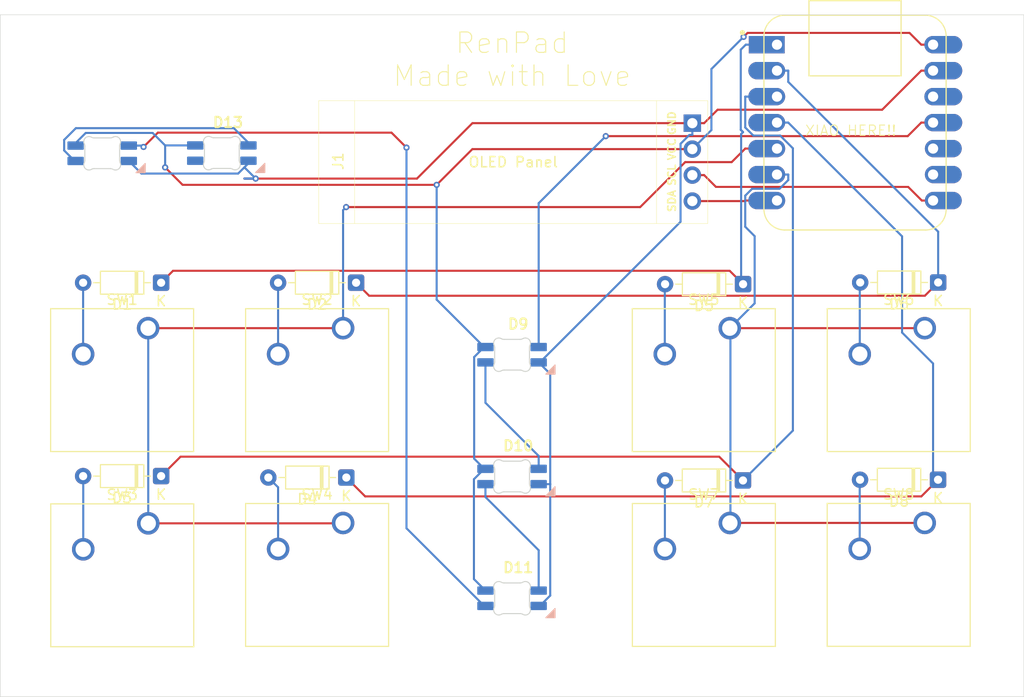
<source format=kicad_pcb>
(kicad_pcb (version 20241229) (generator "pcbnew") (generator_version "9.0")
  (layers (0 "F.Cu" signal) (2 "B.Cu" signal) (13 "F.Paste" user) (15 "B.Paste" user) (5 "F.SilkS" user "F.Silkscreen") (7 "B.SilkS" user "B.Silkscreen") (1 "F.Mask" user) (3 "B.Mask" user) (25 "Edge.Cuts" user))
  (net 0 "")
  (net 1 "Net-(D1-A)")
  (net 2 "/COL0")
  (net 3 "Net-(D2-A)")
  (net 4 "/COL1")
  (net 5 "/COL2")
  (net 6 "Net-(D3-A)")
  (net 7 "/COL3")
  (net 8 "Net-(D4-A)")
  (net 9 "Net-(D5-A)")
  (net 10 "Net-(D6-A)")
  (net 11 "Net-(D7-A)")
  (net 12 "Net-(D8-A)")
  (net 13 "Net-(D10-DIN)")
  (net 14 "GND")
  (net 15 "Net-(D9-DIN)")
  (net 16 "+5V")
  (net 17 "Net-(D10-DOUT)")
  (net 18 "Net-(D11-DOUT)")
  (net 19 "Net-(D12-DOUT)")
  (net 21 "/SDA")
  (net 22 "/SCL")
  (net 23 "/ROW0")
  (net 24 "/ROW1")
  (net 26 "+3V3")
  (footprint "Diode_THT:D_DO-35_SOD27_P7.62mm_Horizontal" (layer "F.Cu") (at 167.8184 97.916 180)
    (property "Reference" "D7" (at 3.81 -2.12 0) (layer "F.SilkS"))
    (property "Value" "1N4148")
    (fp_text user "K" (at 0 -1.8 0) (layer "F.SilkS"))
    (pad "1" thru_hole roundrect (at 0 0 180) (size 1.6 1.6) (drill 0.8) (layers "*.Cu" "*.Mask") (roundrect_rratio 0.15625) (net 5 "/COL2"))
    (pad "2" thru_hole circle (at 7.62 0 180) (size 1.6 1.6) (drill 0.8) (layers "*.Cu" "*.Mask") (net 11 "Net-(D7-A)"))
  )
  (footprint "Button_Switch_Keyboard:SW_Cherry_MX_1.00u_PCB" (layer "F.Cu") (at 109.6963 83.0262)
    (property "Reference" "SW1" (at -2.54 -2.794 0) (layer "F.SilkS"))
    (property "Value" "SW_Push")
    (pad "" np_thru_hole circle (at -7.62 5.08) (size 1.7 1.7) (drill 1.7) (layers "*.Cu" "*.Mask"))
    (pad "" np_thru_hole circle (at -2.54 5.08) (size 4 4) (drill 4) (layers "*.Cu" "*.Mask"))
    (pad "" np_thru_hole circle (at 2.54 5.08) (size 1.7 1.7) (drill 1.7) (layers "*.Cu" "*.Mask"))
    (pad "1" thru_hole circle (at 0 0) (size 2.2 2.2) (drill 1.5) (layers "*.Cu" "*.Mask") (net 23 "/ROW0"))
    (pad "2" thru_hole circle (at -6.35 2.54) (size 2.2 2.2) (drill 1.5) (layers "*.Cu" "*.Mask") (net 1 "Net-(D1-A)"))
  )
  (footprint "Button_Switch_Keyboard:SW_Cherry_MX_1.00u_PCB" (layer "F.Cu") (at 128.7463 102.0762)
    (property "Reference" "SW4" (at -2.54 -2.794 0) (layer "F.SilkS"))
    (property "Value" "SW_Push" (hide yes))
    (pad "" np_thru_hole circle (at -7.62 5.08) (size 1.7 1.7) (drill 1.7) (layers "*.Cu" "*.Mask"))
    (pad "" np_thru_hole circle (at -2.54 5.08) (size 4 4) (drill 4) (layers "*.Cu" "*.Mask"))
    (pad "" np_thru_hole circle (at 2.54 5.08) (size 1.7 1.7) (drill 1.7) (layers "*.Cu" "*.Mask"))
    (pad "1" thru_hole circle (at 0 0) (size 2.2 2.2) (drill 1.5) (layers "*.Cu" "*.Mask") (net 23 "/ROW0"))
    (pad "2" thru_hole circle (at -6.35 2.54) (size 2.2 2.2) (drill 1.5) (layers "*.Cu" "*.Mask") (net 8 "Net-(D4-A)"))
  )
  (footprint "Diode_THT:D_DO-35_SOD27_P7.62mm_Horizontal" (layer "F.Cu") (at 110.9663 97.49 180)
    (property "Reference" "D3" (at 3.81 -2.12 0) (layer "F.SilkS"))
    (property "Value" "1N4148")
    (fp_text user "K" (at 0 -1.8 0) (layer "F.SilkS"))
    (pad "1" thru_hole roundrect (at 0 0 180) (size 1.6 1.6) (drill 0.8) (layers "*.Cu" "*.Mask") (roundrect_rratio 0.15625) (net 5 "/COL2"))
    (pad "2" thru_hole circle (at 7.62 0 180) (size 1.6 1.6) (drill 0.8) (layers "*.Cu" "*.Mask") (net 6 "Net-(D3-A)"))
  )
  (footprint "Button_Switch_Keyboard:SW_Cherry_MX_1.00u_PCB" (layer "F.Cu") (at 166.5288 83.0262)
    (property "Reference" "SW5" (at -2.54 -2.794 0) (layer "F.SilkS"))
    (property "Value" "SW_Push")
    (pad "" np_thru_hole circle (at -7.62 5.08) (size 1.7 1.7) (drill 1.7) (layers "*.Cu" "*.Mask"))
    (pad "" np_thru_hole circle (at -2.54 5.08) (size 4 4) (drill 4) (layers "*.Cu" "*.Mask"))
    (pad "" np_thru_hole circle (at 2.54 5.08) (size 1.7 1.7) (drill 1.7) (layers "*.Cu" "*.Mask"))
    (pad "1" thru_hole circle (at 0 0) (size 2.2 2.2) (drill 1.5) (layers "*.Cu" "*.Mask") (net 24 "/ROW1"))
    (pad "2" thru_hole circle (at -6.35 2.54) (size 2.2 2.2) (drill 1.5) (layers "*.Cu" "*.Mask") (net 9 "Net-(D5-A)"))
  )
  (footprint "Diode_THT:D_DO-35_SOD27_P7.62mm_Horizontal" (layer "F.Cu") (at 130.0163 78.5812 180)
    (property "Reference" "D2" (at 3.81 -2.12 0) (layer "F.SilkS"))
    (property "Value" "1N4148")
    (fp_text user "K" (at 0 -1.8 0) (layer "F.SilkS"))
    (pad "1" thru_hole roundrect (at 0 0 180) (size 1.6 1.6) (drill 0.8) (layers "*.Cu" "*.Mask") (roundrect_rratio 0.15625) (net 4 "/COL1"))
    (pad "2" thru_hole circle (at 7.62 0 180) (size 1.6 1.6) (drill 0.8) (layers "*.Cu" "*.Mask") (net 3 "Net-(D2-A)"))
  )
  (footprint "Button_Switch_Keyboard:SW_Cherry_MX_1.00u_PCB" (layer "F.Cu") (at 185.5788 83.0262)
    (property "Reference" "SW6" (at -2.54 -2.794 0) (layer "F.SilkS"))
    (property "Value" "SW_Push" (hide yes))
    (pad "" np_thru_hole circle (at -7.62 5.08) (size 1.7 1.7) (drill 1.7) (layers "*.Cu" "*.Mask"))
    (pad "" np_thru_hole circle (at -2.54 5.08) (size 4 4) (drill 4) (layers "*.Cu" "*.Mask"))
    (pad "" np_thru_hole circle (at 2.54 5.08) (size 1.7 1.7) (drill 1.7) (layers "*.Cu" "*.Mask"))
    (pad "1" thru_hole circle (at 0 0) (size 2.2 2.2) (drill 1.5) (layers "*.Cu" "*.Mask") (net 24 "/ROW1"))
    (pad "2" thru_hole circle (at -6.35 2.54) (size 2.2 2.2) (drill 1.5) (layers "*.Cu" "*.Mask") (net 10 "Net-(D6-A)"))
  )
  (footprint "KiCad-SSD1306-0.91-OLED-4pin-128x32.pretty-master:SSD1306-0.91-OLED-4pin-128x32" (layer "F.Cu") (at 126.3713 60.79)
    (property "Reference" "J1" (at 1.9 5.91 90) (layer "F.SilkS"))
    (property "Value" "Conn_01x04_Pin")
    (fp_text user "OLED Panel" (at 19 6 0) (layer "F.SilkS"))
    (fp_text user "GND" (at 34.5 2.19 90) (layer "F.SilkS") (effects (font (size 0.75 0.75))))
    (fp_text user "VCC" (at 34.5 4.73 90) (layer "F.SilkS") (effects (font (size 0.75 0.75))))
    (fp_text user "SCL" (at 34.5 7.27 90) (layer "F.SilkS") (effects (font (size 0.75 0.75))))
    (fp_text user "SDA" (at 34.5 9.81 90) (layer "F.SilkS") (effects (font (size 0.75 0.75))))
    (pad "1" thru_hole rect (at 36.5 2.19) (size 1.7 1.7) (drill 1) (layers "*.Cu" "*.Mask") (net 14 "GND"))
    (pad "2" thru_hole oval (at 36.5 4.73) (size 1.7 1.7) (drill 1) (layers "*.Cu" "*.Mask") (net 16 "+5V"))
    (pad "3" thru_hole oval (at 36.5 7.27) (size 1.7 1.7) (drill 1) (layers "*.Cu" "*.Mask") (net 22 "/SCL"))
    (pad "4" thru_hole oval (at 36.5 9.81) (size 1.7 1.7) (drill 1) (layers "*.Cu" "*.Mask") (net 21 "/SDA"))
  )
  (footprint "Diode_THT:D_DO-35_SOD27_P7.62mm_Horizontal" (layer "F.Cu") (at 186.8766 97.8448 180)
    (property "Reference" "D8" (at 3.81 -2.12 0) (layer "F.SilkS"))
    (property "Value" "1N4148")
    (fp_text user "K" (at 0 -1.8 0) (layer "F.SilkS"))
    (pad "1" thru_hole roundrect (at 0 0 180) (size 1.6 1.6) (drill 0.8) (layers "*.Cu" "*.Mask") (roundrect_rratio 0.15625) (net 7 "/COL3"))
    (pad "2" thru_hole circle (at 7.62 0 180) (size 1.6 1.6) (drill 0.8) (layers "*.Cu" "*.Mask") (net 12 "Net-(D8-A)"))
  )
  (footprint "Button_Switch_Keyboard:SW_Cherry_MX_1.00u_PCB" (layer "F.Cu") (at 128.7463 83.0262)
    (property "Reference" "SW2" (at -2.54 -2.794 0) (layer "F.SilkS"))
    (property "Value" "SW_Push" (hide yes))
    (pad "" np_thru_hole circle (at -7.62 5.08) (size 1.7 1.7) (drill 1.7) (layers "*.Cu" "*.Mask"))
    (pad "" np_thru_hole circle (at -2.54 5.08) (size 4 4) (drill 4) (layers "*.Cu" "*.Mask"))
    (pad "" np_thru_hole circle (at 2.54 5.08) (size 1.7 1.7) (drill 1.7) (layers "*.Cu" "*.Mask"))
    (pad "1" thru_hole circle (at 0 0) (size 2.2 2.2) (drill 1.5) (layers "*.Cu" "*.Mask") (net 23 "/ROW0"))
    (pad "2" thru_hole circle (at -6.35 2.54) (size 2.2 2.2) (drill 1.5) (layers "*.Cu" "*.Mask") (net 3 "Net-(D2-A)"))
  )
  (footprint "Diode_THT:D_DO-35_SOD27_P7.62mm_Horizontal" (layer "F.Cu") (at 110.9663 78.5812 180)
    (property "Reference" "D1" (at 3.81 -2.12 0) (layer "F.SilkS"))
    (property "Value" "1N4148")
    (fp_text user "K" (at 0 -1.8 0) (layer "F.SilkS"))
    (pad "1" thru_hole roundrect (at 0 0 180) (size 1.6 1.6) (drill 0.8) (layers "*.Cu" "*.Mask") (roundrect_rratio 0.15625) (net 2 "/COL0"))
    (pad "2" thru_hole circle (at 7.62 0 180) (size 1.6 1.6) (drill 0.8) (layers "*.Cu" "*.Mask") (net 1 "Net-(D1-A)"))
  )
  (footprint "Button_Switch_Keyboard:SW_Cherry_MX_1.00u_PCB" (layer "F.Cu") (at 109.7097 102.1084)
    (property "Reference" "SW3" (at -2.54 -2.794 0) (layer "F.SilkS"))
    (property "Value" "SW_Push")
    (pad "" np_thru_hole circle (at -7.62 5.08) (size 1.7 1.7) (drill 1.7) (layers "*.Cu" "*.Mask"))
    (pad "" np_thru_hole circle (at -2.54 5.08) (size 4 4) (drill 4) (layers "*.Cu" "*.Mask"))
    (pad "" np_thru_hole circle (at 2.54 5.08) (size 1.7 1.7) (drill 1.7) (layers "*.Cu" "*.Mask"))
    (pad "1" thru_hole circle (at 0 0) (size 2.2 2.2) (drill 1.5) (layers "*.Cu" "*.Mask") (net 23 "/ROW0"))
    (pad "2" thru_hole circle (at -6.35 2.54) (size 2.2 2.2) (drill 1.5) (layers "*.Cu" "*.Mask") (net 6 "Net-(D3-A)"))
  )
  (footprint "footprints:SK6812MINI-E_fixed" (layer "F.Cu") (at 105.2125 66.0278)
    (property "Reference" "D12" (hide yes))
    (property "Value" "SK6812MINI-E")
    (fp_line (start -1.699998 0.6) (end -1.699998 -0.805684) (stroke (width 0.1)) (layer "Edge.Cuts"))
    (fp_line (start -0.794451 -1.602841) (end 0.794454 -1.602841) (stroke (width 0.1)) (layer "Edge.Cuts"))
    (fp_line (start 0.794453 1.397158) (end -0.794451 1.397158) (stroke (width 0.1)) (layer "Edge.Cuts"))
    (fp_line (start 1.7 -0.805684) (end 1.7 0.6) (stroke (width 0.1)) (layer "Edge.Cuts"))
    (fp_arc (start -1.749483 -1.022562) (mid -1.712526 -0.91691) (end -1.699998 -0.805684) (stroke (width 0.1)) (layer "Edge.Cuts"))
    (fp_arc (start -1.749483 -1.022562) (mid -1.63807 -1.606877) (end -1.04671 -1.671141) (stroke (width 0.1)) (layer "Edge.Cuts"))
    (fp_arc (start -1.699998 0.600001) (mid -1.712526 0.711226) (end -1.749483 0.816878) (stroke (width 0.1)) (layer "Edge.Cuts"))
    (fp_arc (start -1.04671 1.465455) (mid -1.638069 1.401192) (end -1.749483 0.816878) (stroke (width 0.1)) (layer "Edge.Cuts"))
    (fp_arc (start -1.046709 1.465457) (mid -0.925121 1.414535) (end -0.794451 1.397158) (stroke (width 0.1)) (layer "Edge.Cuts"))
    (fp_arc (start -0.794452 -1.602842) (mid -0.925122 -1.620219) (end -1.04671 -1.671141) (stroke (width 0.1)) (layer "Edge.Cuts"))
    (fp_arc (start 0.794453 1.397158) (mid 0.925124 1.414535) (end 1.046712 1.465457) (stroke (width 0.1)) (layer "Edge.Cuts"))
    (fp_arc (start 1.046712 -1.67114) (mid 0.925124 -1.620218) (end 0.794454 -1.602841) (stroke (width 0.1)) (layer "Edge.Cuts"))
    (fp_arc (start 1.046712 -1.67114) (mid 1.638072 -1.606876) (end 1.749485 -1.022562) (stroke (width 0.1)) (layer "Edge.Cuts"))
    (fp_arc (start 1.7 -0.805685) (mid 1.712528 -0.91691) (end 1.749485 -1.022562) (stroke (width 0.1)) (layer "Edge.Cuts"))
    (fp_arc (start 1.749485 0.816877) (mid 1.638073 1.401193) (end 1.046712 1.465457) (stroke (width 0.1)) (layer "Edge.Cuts"))
    (fp_arc (start 1.749485 0.816878) (mid 1.712528 0.711226) (end 1.7 0.6) (stroke (width 0.1)) (layer "Edge.Cuts"))
    (pad "1" smd roundrect (at -2.599999 -0.852842 270) (size 0.82 1.6) (layers "B.Cu" "B.Mask" "B.Paste") (roundrect_rratio 0.1) (net 16 "+5V"))
    (pad "2" smd roundrect (at -2.599999 0.647158 270) (size 0.82 1.6) (layers "B.Cu" "B.Mask" "B.Paste") (roundrect_rratio 0.1) (net 19 "Net-(D12-DOUT)"))
    (pad "3" smd roundrect (at 2.600001 0.647158 270) (size 0.82 1.6) (layers "B.Cu" "B.Mask" "B.Paste") (roundrect_rratio 0.1) (net 14 "GND"))
    (pad "4" smd roundrect (at 2.600001 -0.852842 270) (size 0.82 1.6) (layers "B.Cu" "B.Mask" "B.Paste") (roundrect_rratio 0.1) (net 18 "Net-(D11-DOUT)"))
  )
  (footprint "Button_Switch_Keyboard:SW_Cherry_MX_1.00u_PCB" (layer "F.Cu") (at 185.5733 102.0692)
    (property "Reference" "SW8" (at -2.54 -2.794 0) (layer "F.SilkS"))
    (property "Value" "SW_Push" (hide yes))
    (pad "" np_thru_hole circle (at -7.62 5.08) (size 1.7 1.7) (drill 1.7) (layers "*.Cu" "*.Mask"))
    (pad "" np_thru_hole circle (at -2.54 5.08) (size 4 4) (drill 4) (layers "*.Cu" "*.Mask"))
    (pad "" np_thru_hole circle (at 2.54 5.08) (size 1.7 1.7) (drill 1.7) (layers "*.Cu" "*.Mask"))
    (pad "1" thru_hole circle (at 0 0) (size 2.2 2.2) (drill 1.5) (layers "*.Cu" "*.Mask") (net 24 "/ROW1"))
    (pad "2" thru_hole circle (at -6.35 2.54) (size 2.2 2.2) (drill 1.5) (layers "*.Cu" "*.Mask") (net 12 "Net-(D8-A)"))
  )
  (footprint "footprints:SK6812MINI-E_fixed" (layer "F.Cu") (at 145.2563 85.725)
    (property "Reference" "D9" (at 0.6 -3.1 0) (layer "F.SilkS") (effects (font (thickness 0.2) (bold yes))))
    (property "Value" "SK6812MINI-E")
    (fp_line (start -1.699998 0.6) (end -1.699998 -0.805684) (stroke (width 0.1)) (layer "Edge.Cuts"))
    (fp_line (start -0.794451 -1.602841) (end 0.794454 -1.602841) (stroke (width 0.1)) (layer "Edge.Cuts"))
    (fp_line (start 0.794453 1.397158) (end -0.794451 1.397158) (stroke (width 0.1)) (layer "Edge.Cuts"))
    (fp_line (start 1.7 -0.805684) (end 1.7 0.6) (stroke (width 0.1)) (layer "Edge.Cuts"))
    (fp_arc (start -1.749483 -1.022562) (mid -1.712526 -0.91691) (end -1.699998 -0.805684) (stroke (width 0.1)) (layer "Edge.Cuts"))
    (fp_arc (start -1.749483 -1.022562) (mid -1.63807 -1.606877) (end -1.04671 -1.671141) (stroke (width 0.1)) (layer "Edge.Cuts"))
    (fp_arc (start -1.699998 0.600001) (mid -1.712526 0.711226) (end -1.749483 0.816878) (stroke (width 0.1)) (layer "Edge.Cuts"))
    (fp_arc (start -1.04671 1.465455) (mid -1.638069 1.401192) (end -1.749483 0.816878) (stroke (width 0.1)) (layer "Edge.Cuts"))
    (fp_arc (start -1.046709 1.465457) (mid -0.925121 1.414535) (end -0.794451 1.397158) (stroke (width 0.1)) (layer "Edge.Cuts"))
    (fp_arc (start -0.794452 -1.602842) (mid -0.925122 -1.620219) (end -1.04671 -1.671141) (stroke (width 0.1)) (layer "Edge.Cuts"))
    (fp_arc (start 0.794453 1.397158) (mid 0.925124 1.414535) (end 1.046712 1.465457) (stroke (width 0.1)) (layer "Edge.Cuts"))
    (fp_arc (start 1.046712 -1.67114) (mid 0.925124 -1.620218) (end 0.794454 -1.602841) (stroke (width 0.1)) (layer "Edge.Cuts"))
    (fp_arc (start 1.046712 -1.67114) (mid 1.638072 -1.606876) (end 1.749485 -1.022562) (stroke (width 0.1)) (layer "Edge.Cuts"))
    (fp_arc (start 1.7 -0.805685) (mid 1.712528 -0.91691) (end 1.749485 -1.022562) (stroke (width 0.1)) (layer "Edge.Cuts"))
    (fp_arc (start 1.749485 0.816877) (mid 1.638073 1.401193) (end 1.046712 1.465457) (stroke (width 0.1)) (layer "Edge.Cuts"))
    (fp_arc (start 1.749485 0.816878) (mid 1.712528 0.711226) (end 1.7 0.6) (stroke (width 0.1)) (layer "Edge.Cuts"))
    (pad "1" smd roundrect (at -2.599999 -0.852842 270) (size 0.82 1.6) (layers "B.Cu" "B.Mask" "B.Paste") (roundrect_rratio 0.1) (net 16 "+5V"))
    (pad "2" smd roundrect (at -2.599999 0.647158 270) (size 0.82 1.6) (layers "B.Cu" "B.Mask" "B.Paste") (roundrect_rratio 0.1) (net 13 "Net-(D10-DIN)"))
    (pad "3" smd roundrect (at 2.600001 0.647158 270) (size 0.82 1.6) (layers "B.Cu" "B.Mask" "B.Paste") (roundrect_rratio 0.1) (net 14 "GND"))
    (pad "4" smd roundrect (at 2.600001 -0.852842 270) (size 0.82 1.6) (layers "B.Cu" "B.Mask" "B.Paste") (roundrect_rratio 0.1) (net 15 "Net-(D9-DIN)"))
  )
  (footprint "Diode_THT:D_DO-35_SOD27_P7.62mm_Horizontal" (layer "F.Cu") (at 167.8266 78.7236 180)
    (property "Reference" "D5" (at 3.81 -2.12 0) (layer "F.SilkS"))
    (property "Value" "1N4148")
    (fp_text user "K" (at 0 -1.8 0) (layer "F.SilkS"))
    (pad "1" thru_hole roundrect (at 0 0 180) (size 1.6 1.6) (drill 0.8) (layers "*.Cu" "*.Mask") (roundrect_rratio 0.15625) (net 2 "/COL0"))
    (pad "2" thru_hole circle (at 7.62 0 180) (size 1.6 1.6) (drill 0.8) (layers "*.Cu" "*.Mask") (net 9 "Net-(D5-A)"))
  )
  (footprint "Button_Switch_Keyboard:SW_Cherry_MX_1.00u_PCB" (layer "F.Cu") (at 166.5378 102.0771)
    (property "Reference" "SW7" (at -2.54 -2.794 0) (layer "F.SilkS"))
    (property "Value" "SW_Push")
    (pad "" np_thru_hole circle (at -7.62 5.08) (size 1.7 1.7) (drill 1.7) (layers "*.Cu" "*.Mask"))
    (pad "" np_thru_hole circle (at -2.54 5.08) (size 4 4) (drill 4) (layers "*.Cu" "*.Mask"))
    (pad "" np_thru_hole circle (at 2.54 5.08) (size 1.7 1.7) (drill 1.7) (layers "*.Cu" "*.Mask"))
    (pad "1" thru_hole circle (at 0 0) (size 2.2 2.2) (drill 1.5) (layers "*.Cu" "*.Mask") (net 24 "/ROW1"))
    (pad "2" thru_hole circle (at -6.35 2.54) (size 2.2 2.2) (drill 1.5) (layers "*.Cu" "*.Mask") (net 11 "Net-(D7-A)"))
  )
  (footprint "footprints:SK6812MINI-E_fixed" (layer "F.Cu") (at 145.2563 97.6312)
    (property "Reference" "D10" (at 0.6 -3.1 0) (layer "F.SilkS") (effects (font (thickness 0.2) (bold yes))))
    (property "Value" "SK6812MINI-E")
    (fp_line (start -1.699998 0.6) (end -1.699998 -0.805684) (stroke (width 0.1)) (layer "Edge.Cuts"))
    (fp_line (start -0.794451 -1.602841) (end 0.794454 -1.602841) (stroke (width 0.1)) (layer "Edge.Cuts"))
    (fp_line (start 0.794453 1.397158) (end -0.794451 1.397158) (stroke (width 0.1)) (layer "Edge.Cuts"))
    (fp_line (start 1.7 -0.805684) (end 1.7 0.6) (stroke (width 0.1)) (layer "Edge.Cuts"))
    (fp_arc (start -1.749483 -1.022562) (mid -1.712526 -0.91691) (end -1.699998 -0.805684) (stroke (width 0.1)) (layer "Edge.Cuts"))
    (fp_arc (start -1.749483 -1.022562) (mid -1.63807 -1.606877) (end -1.04671 -1.671141) (stroke (width 0.1)) (layer "Edge.Cuts"))
    (fp_arc (start -1.699998 0.600001) (mid -1.712526 0.711226) (end -1.749483 0.816878) (stroke (width 0.1)) (layer "Edge.Cuts"))
    (fp_arc (start -1.04671 1.465455) (mid -1.638069 1.401192) (end -1.749483 0.816878) (stroke (width 0.1)) (layer "Edge.Cuts"))
    (fp_arc (start -1.046709 1.465457) (mid -0.925121 1.414535) (end -0.794451 1.397158) (stroke (width 0.1)) (layer "Edge.Cuts"))
    (fp_arc (start -0.794452 -1.602842) (mid -0.925122 -1.620219) (end -1.04671 -1.671141) (stroke (width 0.1)) (layer "Edge.Cuts"))
    (fp_arc (start 0.794453 1.397158) (mid 0.925124 1.414535) (end 1.046712 1.465457) (stroke (width 0.1)) (layer "Edge.Cuts"))
    (fp_arc (start 1.046712 -1.67114) (mid 0.925124 -1.620218) (end 0.794454 -1.602841) (stroke (width 0.1)) (layer "Edge.Cuts"))
    (fp_arc (start 1.046712 -1.67114) (mid 1.638072 -1.606876) (end 1.749485 -1.022562) (stroke (width 0.1)) (layer "Edge.Cuts"))
    (fp_arc (start 1.7 -0.805685) (mid 1.712528 -0.91691) (end 1.749485 -1.022562) (stroke (width 0.1)) (layer "Edge.Cuts"))
    (fp_arc (start 1.749485 0.816877) (mid 1.638073 1.401193) (end 1.046712 1.465457) (stroke (width 0.1)) (layer "Edge.Cuts"))
    (fp_arc (start 1.749485 0.816878) (mid 1.712528 0.711226) (end 1.7 0.6) (stroke (width 0.1)) (layer "Edge.Cuts"))
    (pad "1" smd roundrect (at -2.599999 -0.852842 270) (size 0.82 1.6) (layers "B.Cu" "B.Mask" "B.Paste") (roundrect_rratio 0.1) (net 16 "+5V"))
    (pad "2" smd roundrect (at -2.599999 0.647158 270) (size 0.82 1.6) (layers "B.Cu" "B.Mask" "B.Paste") (roundrect_rratio 0.1) (net 17 "Net-(D10-DOUT)"))
    (pad "3" smd roundrect (at 2.600001 0.647158 270) (size 0.82 1.6) (layers "B.Cu" "B.Mask" "B.Paste") (roundrect_rratio 0.1) (net 14 "GND"))
    (pad "4" smd roundrect (at 2.600001 -0.852842 270) (size 0.82 1.6) (layers "B.Cu" "B.Mask" "B.Paste") (roundrect_rratio 0.1) (net 13 "Net-(D10-DIN)"))
  )
  (footprint "footprints:SK6812MINI-E_fixed" (layer "F.Cu") (at 116.9 66.0105)
    (property "Reference" "D13" (at 0.6 -3.1 0) (layer "F.SilkS") (effects (font (thickness 0.2) (bold yes))))
    (property "Value" "SK6812MINI-E")
    (fp_line (start -1.699998 0.6) (end -1.699998 -0.805684) (stroke (width 0.1)) (layer "Edge.Cuts"))
    (fp_line (start -0.794451 -1.602841) (end 0.794454 -1.602841) (stroke (width 0.1)) (layer "Edge.Cuts"))
    (fp_line (start 0.794453 1.397158) (end -0.794451 1.397158) (stroke (width 0.1)) (layer "Edge.Cuts"))
    (fp_line (start 1.7 -0.805684) (end 1.7 0.6) (stroke (width 0.1)) (layer "Edge.Cuts"))
    (fp_arc (start -1.749483 -1.022562) (mid -1.712526 -0.91691) (end -1.699998 -0.805684) (stroke (width 0.1)) (layer "Edge.Cuts"))
    (fp_arc (start -1.749483 -1.022562) (mid -1.63807 -1.606877) (end -1.04671 -1.671141) (stroke (width 0.1)) (layer "Edge.Cuts"))
    (fp_arc (start -1.699998 0.600001) (mid -1.712526 0.711226) (end -1.749483 0.816878) (stroke (width 0.1)) (layer "Edge.Cuts"))
    (fp_arc (start -1.04671 1.465455) (mid -1.638069 1.401192) (end -1.749483 0.816878) (stroke (width 0.1)) (layer "Edge.Cuts"))
    (fp_arc (start -1.046709 1.465457) (mid -0.925121 1.414535) (end -0.794451 1.397158) (stroke (width 0.1)) (layer "Edge.Cuts"))
    (fp_arc (start -0.794452 -1.602842) (mid -0.925122 -1.620219) (end -1.04671 -1.671141) (stroke (width 0.1)) (layer "Edge.Cuts"))
    (fp_arc (start 0.794453 1.397158) (mid 0.925124 1.414535) (end 1.046712 1.465457) (stroke (width 0.1)) (layer "Edge.Cuts"))
    (fp_arc (start 1.046712 -1.67114) (mid 0.925124 -1.620218) (end 0.794454 -1.602841) (stroke (width 0.1)) (layer "Edge.Cuts"))
    (fp_arc (start 1.046712 -1.67114) (mid 1.638072 -1.606876) (end 1.749485 -1.022562) (stroke (width 0.1)) (layer "Edge.Cuts"))
    (fp_arc (start 1.7 -0.805685) (mid 1.712528 -0.91691) (end 1.749485 -1.022562) (stroke (width 0.1)) (layer "Edge.Cuts"))
    (fp_arc (start 1.749485 0.816877) (mid 1.638073 1.401193) (end 1.046712 1.465457) (stroke (width 0.1)) (layer "Edge.Cuts"))
    (fp_arc (start 1.749485 0.816878) (mid 1.712528 0.711226) (end 1.7 0.6) (stroke (width 0.1)) (layer "Edge.Cuts"))
    (pad "1" smd roundrect (at -2.599999 -0.852842 270) (size 0.82 1.6) (layers "B.Cu" "B.Mask" "B.Paste") (roundrect_rratio 0.1) (net 16 "+5V"))
    (pad "2" smd roundrect (at -2.599999 0.647158 270) (size 0.82 1.6) (layers "B.Cu" "B.Mask" "B.Paste") (roundrect_rratio 0.1))
    (pad "3" smd roundrect (at 2.600001 0.647158 270) (size 0.82 1.6) (layers "B.Cu" "B.Mask" "B.Paste") (roundrect_rratio 0.1) (net 14 "GND"))
    (pad "4" smd roundrect (at 2.600001 -0.852842 270) (size 0.82 1.6) (layers "B.Cu" "B.Mask" "B.Paste") (roundrect_rratio 0.1) (net 19 "Net-(D12-DOUT)"))
  )
  (footprint "footprints:SK6812MINI-E_fixed" (layer "F.Cu") (at 145.2563 109.5375)
    (property "Reference" "D11" (at 0.6 -3.1 0) (layer "F.SilkS") (effects (font (thickness 0.2) (bold yes))))
    (property "Value" "SK6812MINI-E")
    (fp_line (start -1.699998 0.6) (end -1.699998 -0.805684) (stroke (width 0.1)) (layer "Edge.Cuts"))
    (fp_line (start -0.794451 -1.602841) (end 0.794454 -1.602841) (stroke (width 0.1)) (layer "Edge.Cuts"))
    (fp_line (start 0.794453 1.397158) (end -0.794451 1.397158) (stroke (width 0.1)) (layer "Edge.Cuts"))
    (fp_line (start 1.7 -0.805684) (end 1.7 0.6) (stroke (width 0.1)) (layer "Edge.Cuts"))
    (fp_arc (start -1.749483 -1.022562) (mid -1.712526 -0.91691) (end -1.699998 -0.805684) (stroke (width 0.1)) (layer "Edge.Cuts"))
    (fp_arc (start -1.749483 -1.022562) (mid -1.63807 -1.606877) (end -1.04671 -1.671141) (stroke (width 0.1)) (layer "Edge.Cuts"))
    (fp_arc (start -1.699998 0.600001) (mid -1.712526 0.711226) (end -1.749483 0.816878) (stroke (width 0.1)) (layer "Edge.Cuts"))
    (fp_arc (start -1.04671 1.465455) (mid -1.638069 1.401192) (end -1.749483 0.816878) (stroke (width 0.1)) (layer "Edge.Cuts"))
    (fp_arc (start -1.046709 1.465457) (mid -0.925121 1.414535) (end -0.794451 1.397158) (stroke (width 0.1)) (layer "Edge.Cuts"))
    (fp_arc (start -0.794452 -1.602842) (mid -0.925122 -1.620219) (end -1.04671 -1.671141) (stroke (width 0.1)) (layer "Edge.Cuts"))
    (fp_arc (start 0.794453 1.397158) (mid 0.925124 1.414535) (end 1.046712 1.465457) (stroke (width 0.1)) (layer "Edge.Cuts"))
    (fp_arc (start 1.046712 -1.67114) (mid 0.925124 -1.620218) (end 0.794454 -1.602841) (stroke (width 0.1)) (layer "Edge.Cuts"))
    (fp_arc (start 1.046712 -1.67114) (mid 1.638072 -1.606876) (end 1.749485 -1.022562) (stroke (width 0.1)) (layer "Edge.Cuts"))
    (fp_arc (start 1.7 -0.805685) (mid 1.712528 -0.91691) (end 1.749485 -1.022562) (stroke (width 0.1)) (layer "Edge.Cuts"))
    (fp_arc (start 1.749485 0.816877) (mid 1.638073 1.401193) (end 1.046712 1.465457) (stroke (width 0.1)) (layer "Edge.Cuts"))
    (fp_arc (start 1.749485 0.816878) (mid 1.712528 0.711226) (end 1.7 0.6) (stroke (width 0.1)) (layer "Edge.Cuts"))
    (pad "1" smd roundrect (at -2.599999 -0.852842 270) (size 0.82 1.6) (layers "B.Cu" "B.Mask" "B.Paste") (roundrect_rratio 0.1) (net 16 "+5V"))
    (pad "2" smd roundrect (at -2.599999 0.647158 270) (size 0.82 1.6) (layers "B.Cu" "B.Mask" "B.Paste") (roundrect_rratio 0.1) (net 18 "Net-(D11-DOUT)"))
    (pad "3" smd roundrect (at 2.600001 0.647158 270) (size 0.82 1.6) (layers "B.Cu" "B.Mask" "B.Paste") (roundrect_rratio 0.1) (net 14 "GND"))
    (pad "4" smd roundrect (at 2.600001 -0.852842 270) (size 0.82 1.6) (layers "B.Cu" "B.Mask" "B.Paste") (roundrect_rratio 0.1) (net 17 "Net-(D10-DOUT)"))
  )
  (footprint "Diode_THT:D_DO-35_SOD27_P7.62mm_Horizontal" (layer "F.Cu") (at 129.0638 97.6312 180)
    (property "Reference" "D4" (at 3.81 -2.12 0) (layer "F.SilkS"))
    (property "Value" "1N4148")
    (fp_text user "K" (at 0 -1.8 0) (layer "F.SilkS"))
    (pad "1" thru_hole roundrect (at 0 0 180) (size 1.6 1.6) (drill 0.8) (layers "*.Cu" "*.Mask") (roundrect_rratio 0.15625) (net 7 "/COL3"))
    (pad "2" thru_hole circle (at 7.62 0 180) (size 1.6 1.6) (drill 0.8) (layers "*.Cu" "*.Mask") (net 8 "Net-(D4-A)"))
  )
  (footprint "Diode_THT:D_DO-35_SOD27_P7.62mm_Horizontal" (layer "F.Cu") (at 186.8888 78.5575 180)
    (property "Reference" "D6" (at 3.81 -2.12 0) (layer "F.SilkS"))
    (property "Value" "1N4148")
    (fp_text user "K" (at 0 -1.8 0) (layer "F.SilkS"))
    (pad "1" thru_hole roundrect (at 0 0 180) (size 1.6 1.6) (drill 0.8) (layers "*.Cu" "*.Mask") (roundrect_rratio 0.15625) (net 4 "/COL1"))
    (pad "2" thru_hole circle (at 7.62 0 180) (size 1.6 1.6) (drill 0.8) (layers "*.Cu" "*.Mask") (net 10 "Net-(D6-A)"))
  )
  (footprint "footprints:XIAO-Generic-Hybrid-14P-2.54-21X17.8MM" (layer "F.Cu") (at 178.7664 62.9266)
    (property "Reference" "U1" (hide yes))
    (property "Value" "XIAO-RP2040-DIP" (hide yes))
    (pad "1" thru_hole rect (at -7.625 -7.62) (size 3.5 1.7) (drill 1 (offset -1 0)) (layers "*.Cu" "*.Mask") (net 2 "/COL0"))
    (pad "2" thru_hole oval (at -7.625 -5.08) (size 3.6 1.7) (drill 1 (offset -1 0)) (layers "*.Cu" "*.Mask") (net 4 "/COL1"))
    (pad "3" thru_hole oval (at -7.625 -2.54) (size 3.6 1.7) (drill 1 (offset -1 0)) (layers "*.Cu" "*.Mask") (net 5 "/COL2"))
    (pad "4" thru_hole oval (at -7.625 0) (size 3.6 1.7) (drill 1 (offset -1 0)) (layers "*.Cu" "*.Mask") (net 7 "/COL3"))
    (pad "5" thru_hole oval (at -7.625 2.54) (size 3.6 1.7) (drill 1 (offset -1 0)) (layers "*.Cu" "*.Mask") (net 23 "/ROW0"))
    (pad "6" thru_hole oval (at -7.625 5.08 180) (size 3.6 1.7) (drill 1 (offset 1 0)) (layers "*.Cu" "*.Mask") (net 24 "/ROW1"))
    (pad "7" thru_hole oval (at -7.625 7.62) (size 3.6 1.7) (drill 1 (offset -1 0)) (layers "*.Cu" "*.Mask") (net 21 "/SDA"))
    (pad "8" thru_hole oval (at 7.625 7.62) (size 3.6 1.7) (drill 1 (offset 1 0)) (layers "*.Cu" "*.Mask") (net 22 "/SCL"))
    (pad "9" thru_hole oval (at 7.625 5.08) (size 3.6 1.7) (drill 1 (offset 1 0)) (layers "*.Cu" "*.Mask"))
    (pad "10" thru_hole oval (at 7.625 2.54) (size 3.6 1.7) (drill 1 (offset 1 0)) (layers "*.Cu" "*.Mask"))
    (pad "11" thru_hole oval (at 7.625 0) (size 3.7 1.7) (drill 1 (offset 1 0)) (layers "*.Cu" "*.Mask") (net 15 "Net-(D9-DIN)"))
    (pad "12" thru_hole oval (at 7.625 -2.54) (size 3.7 1.7) (drill 1 (offset 1 0)) (layers "*.Cu" "*.Mask") (net 26 "+3V3"))
    (pad "13" thru_hole oval (at 7.625 -5.08) (size 3.7 1.7) (drill 1 (offset 1 0)) (layers "*.Cu" "*.Mask") (net 14 "GND"))
    (pad "14" thru_hole oval (at 7.625 -7.62) (size 3.7 1.7) (drill 1 (offset 1 0)) (layers "*.Cu" "*.Mask") (net 16 "+5V"))
  )
  (gr_rect (start 95.25 52.3875) (end 195.2625 119.0625) (stroke (width 0.05)) (fill no) (layer "Edge.Cuts"))
  (gr_text "XIAO HERE!!\n" (at 173.83125 64.29375 0) (layer "F.SilkS") (effects (font (size 1 1) (thickness 0.1)) (justify left bottom)))
  (gr_text "RenPad\nMade with Love\n" (at 145.25625 59.53125 0) (layer "F.SilkS") (effects (font (size 2 2) (thickness 0.1)) (justify bottom)))
  (segment (start 103.3463 85.5662) (end 103.3463 78.5812) (width 0.2) (layer "B.Cu") (net 1))
  (segment (start 112.1347 77.4128) (end 110.9663 78.5812) (width 0.2) (layer "F.Cu") (net 2))
  (segment (start 166.5158 77.4128) (end 112.1347 77.4128) (width 0.2) (layer "F.Cu") (net 2))
  (segment (start 167.8266 78.7236) (end 166.5158 77.4128) (width 0.2) (layer "F.Cu") (net 2))
  (segment (start 167.6014 55.7949) (end 167.6014 63.6337) (width 0.2) (layer "B.Cu") (net 2))
  (segment (start 167.6014 63.6337) (end 167.6603 63.6926) (width 0.2) (layer "B.Cu") (net 2))
  (segment (start 167.8251 63.8574) (end 167.638 64.0445) (width 0.2) (layer "B.Cu") (net 2))
  (segment (start 167.6603 63.6926) (end 167.8251 63.8574) (width 0.2) (layer "B.Cu") (net 2))
  (segment (start 167.6603 63.6926) (end 167.8251 63.8574) (width 0.2) (layer "B.Cu") (net 2))
  (segment (start 171.1414 55.3066) (end 168.0897 55.3066) (width 0.2) (layer "B.Cu") (net 2))
  (segment (start 167.638 78.535) (end 167.8266 78.7236) (width 0.2) (layer "B.Cu") (net 2))
  (segment (start 168.0897 55.3066) (end 167.6014 55.7949) (width 0.2) (layer "B.Cu") (net 2))
  (segment (start 167.638 64.0445) (end 167.638 78.535) (width 0.2) (layer "B.Cu") (net 2))
  (segment (start 122.3963 85.5662) (end 122.3963 78.5812) (width 0.2) (layer "B.Cu") (net 3))
  (segment (start 185.5923 79.854) (end 131.2891 79.854) (width 0.2) (layer "F.Cu") (net 4))
  (segment (start 131.2891 79.854) (end 130.0163 78.5812) (width 0.2) (layer "F.Cu") (net 4))
  (segment (start 186.8888 78.5575) (end 185.5923 79.854) (width 0.2) (layer "F.Cu") (net 4))
  (segment (start 172.2431 57.8466) (end 172.2431 58.9483) (width 0.2) (layer "B.Cu") (net 4))
  (segment (start 171.1414 57.8466) (end 172.2431 57.8466) (width 0.2) (layer "B.Cu") (net 4))
  (segment (start 186.8888 73.594) (end 186.8888 78.5575) (width 0.2) (layer "B.Cu") (net 4))
  (segment (start 172.2431 58.9483) (end 186.8888 73.594) (width 0.2) (layer "B.Cu") (net 4))
  (segment (start 110.9663 97.49) (end 112.8673 95.589) (width 0.2) (layer "F.Cu") (net 5))
  (segment (start 112.8673 95.589) (end 165.4914 95.589) (width 0.2) (layer "F.Cu") (net 5))
  (segment (start 165.4914 95.589) (end 167.8184 97.916) (width 0.2) (layer "F.Cu") (net 5))
  (segment (start 168.0397 60.3866) (end 168.0397 63.4037) (width 0.2) (layer "B.Cu") (net 5))
  (segment (start 171.4535 64.1966) (end 172.694 65.4371) (width 0.2) (layer "B.Cu") (net 5))
  (segment (start 172.694 93.0404) (end 167.8184 97.916) (width 0.2) (layer "B.Cu") (net 5))
  (segment (start 171.1414 60.3866) (end 168.0397 60.3866) (width 0.2) (layer "B.Cu") (net 5))
  (segment (start 172.694 65.4371) (end 172.694 93.0404) (width 0.2) (layer "B.Cu") (net 5))
  (segment (start 168.0397 63.4037) (end 168.8326 64.1966) (width 0.2) (layer "B.Cu") (net 5))
  (segment (start 168.8326 64.1966) (end 171.4535 64.1966) (width 0.2) (layer "B.Cu") (net 5))
  (segment (start 103.3597 97.5034) (end 103.3463 97.49) (width 0.2) (layer "B.Cu") (net 6))
  (segment (start 103.3597 104.6484) (end 103.3597 97.5034) (width 0.2) (layer "B.Cu") (net 6))
  (segment (start 186.8766 97.8448) (end 185.247 99.4744) (width 0.2) (layer "F.Cu") (net 7))
  (segment (start 185.247 99.4744) (end 130.907 99.4744) (width 0.2) (layer "F.Cu") (net 7))
  (segment (start 130.907 99.4744) (end 129.0638 97.6312) (width 0.2) (layer "F.Cu") (net 7))
  (segment (start 172.2431 62.9266) (end 183.3637 74.0472) (width 0.2) (layer "B.Cu") (net 7))
  (segment (start 186.392 86.4825) (end 186.392 97.3602) (width 0.2) (layer "B.Cu") (net 7))
  (segment (start 186.392 97.3602) (end 186.8766 97.8448) (width 0.2) (layer "B.Cu") (net 7))
  (segment (start 183.3637 74.0472) (end 183.3637 83.4542) (width 0.2) (layer "B.Cu") (net 7))
  (segment (start 171.1414 62.9266) (end 172.2431 62.9266) (width 0.2) (layer "B.Cu") (net 7))
  (segment (start 183.3637 83.4542) (end 186.392 86.4825) (width 0.2) (layer "B.Cu") (net 7))
  (segment (start 122.3963 98.5837) (end 121.4438 97.6312) (width 0.2) (layer "B.Cu") (net 8))
  (segment (start 122.3963 104.6162) (end 122.3963 98.5837) (width 0.2) (layer "B.Cu") (net 8))
  (segment (start 160.1788 78.7514) (end 160.1788 85.5662) (width 0.2) (layer "B.Cu") (net 9))
  (segment (start 160.2066 78.7236) (end 160.1788 78.7514) (width 0.2) (layer "B.Cu") (net 9))
  (segment (start 179.2288 85.5662) (end 179.2288 78.5975) (width 0.2) (layer "B.Cu") (net 10))
  (segment (start 179.2288 78.5975) (end 179.2688 78.5575) (width 0.2) (layer "B.Cu") (net 10))
  (segment (start 160.1984 97.916) (end 160.1878 97.9266) (width 0.2) (layer "B.Cu") (net 11))
  (segment (start 160.1878 97.9266) (end 160.1878 104.6171) (width 0.2) (layer "B.Cu") (net 11))
  (segment (start 179.2233 97.8781) (end 179.2566 97.8448) (width 0.2) (layer "B.Cu") (net 12))
  (segment (start 179.2233 104.6092) (end 179.2233 97.8781) (width 0.2) (layer "B.Cu") (net 12))
  (segment (start 142.6563 86.3722) (end 142.6563 90.3181) (width 0.2) (layer "B.Cu") (net 13))
  (segment (start 147.8563 95.5181) (end 147.8563 96.7784) (width 0.2) (layer "B.Cu") (net 13))
  (segment (start 142.6563 90.3181) (end 147.8563 95.5181) (width 0.2) (layer "B.Cu") (net 13))
  (segment (start 141.3846 62.98) (end 162.8713 62.98) (width 0.2) (layer "F.Cu") (net 14))
  (segment (start 120.2038 68.4004) (end 119.1035 68.4004) (width 0.2) (layer "F.Cu") (net 14))
  (segment (start 135.9642 68.4004) (end 141.3846 62.98) (width 0.2) (layer "F.Cu") (net 14))
  (segment (start 164.023 62.98) (end 165.3363 61.6667) (width 0.2) (layer "F.Cu") (net 14))
  (segment (start 120.2038 68.4004) (end 135.9642 68.4004) (width 0.2) (layer "F.Cu") (net 14))
  (segment (start 186.3914 57.8466) (end 185.2397 57.8466) (width 0.2) (layer "F.Cu") (net 14))
  (segment (start 162.8713 62.98) (end 164.023 62.98) (width 0.2) (layer "F.Cu") (net 14))
  (segment (start 119.1035 68.4004) (end 120.2038 68.4004) (width 0.2) (layer "F.Cu") (net 14))
  (segment (start 181.4196 61.6667) (end 185.2397 57.8466) (width 0.2) (layer "F.Cu") (net 14))
  (segment (start 165.3363 61.6667) (end 181.4196 61.6667) (width 0.2) (layer "F.Cu") (net 14))
  (via (at 120.2038 68.4004) (size 0.6) (drill 0.3) (layers "F.Cu" "B.Cu") (net 14))
  (segment (start 161.7196 64.9954) (end 161.7196 72.6214) (width 0.2) (layer "B.Cu") (net 14))
  (segment (start 162.8713 64.1317) (end 162.5833 64.1317) (width 0.2) (layer "B.Cu") (net 14))
  (segment (start 147.8563 98.2784) (end 148.9855 98.2784) (width 0.2) (layer "B.Cu") (net 14))
  (segment (start 119.5 66.9036) (end 119.5 66.6577) (width 0.2) (layer "B.Cu") (net 14))
  (segment (start 147.9126 86.4284) (end 148.9855 87.5014) (width 0.2) (layer "B.Cu") (net 14))
  (segment (start 162.8713 62.98) (end 162.8713 64.1317) (width 0.2) (layer "B.Cu") (net 14))
  (segment (start 118.4952 67.9084) (end 119.1035 67.3001) (width 0.2) (layer "B.Cu") (net 14))
  (segment (start 119.1035 68.4004) (end 120.2038 68.4004) (width 0.2) (layer "B.Cu") (net 14))
  (segment (start 109.0459 67.9084) (end 118.4952 67.9084) (width 0.2) (layer "B.Cu") (net 14))
  (segment (start 148.9855 98.2784) (end 148.9855 109.1711) (width 0.2) (layer "B.Cu") (net 14))
  (segment (start 148.9855 87.5014) (end 148.9855 98.2784) (width 0.2) (layer "B.Cu") (net 14))
  (segment (start 107.8125 66.675) (end 109.0459 67.9084) (width 0.2) (layer "B.Cu") (net 14))
  (segment (start 161.7196 72.6214) (end 147.9126 86.4284) (width 0.2) (layer "B.Cu") (net 14))
  (segment (start 119.1035 67.3001) (end 119.5 66.9036) (width 0.2) (layer "B.Cu") (net 14))
  (segment (start 120.2038 68.4004) (end 119.1035 67.3001) (width 0.2) (layer "B.Cu") (net 14))
  (segment (start 147.9126 86.4284) (end 147.8563 86.3722) (width 0.2) (layer "B.Cu") (net 14))
  (segment (start 120.2038 68.4004) (end 119.1035 68.4004) (width 0.2) (layer "B.Cu") (net 14))
  (segment (start 162.5833 64.1317) (end 161.7196 64.9954) (width 0.2) (layer "B.Cu") (net 14))
  (segment (start 147.9719 110.1847) (end 147.8563 110.1847) (width 0.2) (layer "B.Cu") (net 14))
  (segment (start 148.9855 109.1711) (end 147.9719 110.1847) (width 0.2) (layer "B.Cu") (net 14))
  (segment (start 154.4141 64.2499) (end 154.4141 64.25) (width 0.2) (layer "F.Cu") (net 15))
  (segment (start 183.9164 64.2499) (end 154.4141 64.2499) (width 0.2) (layer "F.Cu") (net 15))
  (segment (start 185.2397 62.9266) (end 183.9164 64.2499) (width 0.2) (layer "F.Cu") (net 15))
  (segment (start 154.4141 64.2499) (end 154.4141 64.25) (width 0.2) (layer "F.Cu") (net 15))
  (segment (start 154.4141 64.25) (end 154.4141 64.2499) (width 0.2) (layer "F.Cu") (net 15))
  (segment (start 186.3914 62.9266) (end 185.2397 62.9266) (width 0.2) (layer "F.Cu") (net 15))
  (via (at 154.4141 64.25) (size 0.6) (drill 0.3) (layers "F.Cu" "B.Cu") (net 15))
  (segment (start 154.4141 64.25) (end 154.4141 64.2499) (width 0.2) (layer "B.Cu") (net 15))
  (segment (start 147.8563 84.8722) (end 147.8563 70.8078) (width 0.2) (layer "B.Cu") (net 15))
  (segment (start 154.4141 64.2499) (end 154.4141 64.25) (width 0.2) (layer "B.Cu") (net 15))
  (segment (start 147.8563 70.8078) (end 154.4141 64.25) (width 0.2) (layer "B.Cu") (net 15))
  (segment (start 186.3914 55.3066) (end 185.2397 55.3066) (width 0.2) (layer "F.Cu") (net 16))
  (segment (start 111.3613 67.3067) (end 113.0653 69.0107) (width 0.2) (layer "F.Cu") (net 16))
  (segment (start 167.8801 54.5412) (end 167.8801 54.1549) (width 0.2) (layer "F.Cu") (net 16))
  (segment (start 185.2397 55.3066) (end 184.088 54.1549) (width 0.2) (layer "F.Cu") (net 16))
  (segment (start 113.0653 69.0107) (end 137.8888 69.0107) (width 0.2) (layer "F.Cu") (net 16))
  (segment (start 168.2664 54.1549) (end 167.8801 54.5412) (width 0.2) (layer "F.Cu") (net 16))
  (segment (start 167.8801 54.1549) (end 167.8801 54.5412) (width 0.2) (layer "F.Cu") (net 16))
  (segment (start 184.088 54.1549) (end 168.2664 54.1549) (width 0.2) (layer "F.Cu") (net 16))
  (segment (start 137.8888 69.0107) (end 141.3795 65.52) (width 0.2) (layer "F.Cu") (net 16))
  (segment (start 141.3795 65.52) (end 162.8713 65.52) (width 0.2) (layer "F.Cu") (net 16))
  (via (at 137.8888 69.0107) (size 0.6) (drill 0.3) (layers "F.Cu" "B.Cu") (net 16))
  (via (at 167.8801 54.5412) (size 0.6) (drill 0.3) (layers "F.Cu" "B.Cu") (net 16))
  (via (at 111.3613 67.3067) (size 0.6) (drill 0.3) (layers "F.Cu" "B.Cu") (net 16))
  (segment (start 164.7346 61.6802) (end 164.7346 57.6867) (width 0.2) (layer "B.Cu") (net 16))
  (segment (start 103.6026 63.9347) (end 110.1383 63.9347) (width 0.2) (layer "B.Cu") (net 16))
  (segment (start 141.5543 95.7869) (end 142.5458 96.7784) (width 0.2) (layer "B.Cu") (net 16))
  (segment (start 142.528 84.8722) (end 137.8888 80.233) (width 0.2) (layer "B.Cu") (net 16))
  (segment (start 164.7346 57.6867) (end 167.8801 54.5412) (width 0.2) (layer "B.Cu") (net 16))
  (segment (start 141.5304 97.7938) (end 142.5458 96.7784) (width 0.2) (layer "B.Cu") (net 16))
  (segment (start 102.6125 65.175) (end 102.6125 64.9248) (width 0.2) (layer "B.Cu") (net 16))
  (segment (start 141.5304 107.5588) (end 141.5304 97.7938) (width 0.2) (layer "B.Cu") (net 16))
  (segment (start 167.8801 54.5412) (end 167.8801 54.1549) (width 0.2) (layer "B.Cu") (net 16))
  (segment (start 110.1383 63.9347) (end 111.3613 65.1577) (width 0.2) (layer "B.Cu") (net 16))
  (segment (start 111.3613 65.1577) (end 111.3613 67.3067) (width 0.2) (layer "B.Cu") (net 16))
  (segment (start 142.6563 84.8722) (end 142.528 84.8722) (width 0.2) (layer "B.Cu") (net 16))
  (segment (start 137.8888 80.233) (end 137.8888 69.0107) (width 0.2) (layer "B.Cu") (net 16))
  (segment (start 142.6563 108.6847) (end 141.5304 107.5588) (width 0.2) (layer "B.Cu") (net 16))
  (segment (start 142.5458 96.7784) (end 142.6563 96.7784) (width 0.2) (layer "B.Cu") (net 16))
  (segment (start 102.6125 64.9248) (end 103.6026 63.9347) (width 0.2) (layer "B.Cu") (net 16))
  (segment (start 167.8801 54.1549) (end 167.8801 54.5412) (width 0.2) (layer "B.Cu") (net 16))
  (segment (start 164.7346 63.6567) (end 162.8713 65.52) (width 0.2) (layer "B.Cu") (net 16))
  (segment (start 141.5543 85.8459) (end 141.5543 95.7869) (width 0.2) (layer "B.Cu") (net 16))
  (segment (start 111.3613 65.1577) (end 114.3 65.1577) (width 0.2) (layer "B.Cu") (net 16))
  (segment (start 142.528 84.8722) (end 141.5543 85.8459) (width 0.2) (layer "B.Cu") (net 16))
  (segment (start 164.7346 61.6802) (end 164.7346 63.6567) (width 0.2) (layer "B.Cu") (net 16))
  (segment (start 142.6563 99.5385) (end 142.6563 98.2784) (width 0.2) (layer "B.Cu") (net 17))
  (segment (start 147.8563 104.7385) (end 142.6563 99.5385) (width 0.2) (layer "B.Cu") (net 17))
  (segment (start 147.8563 108.6847) (end 147.8563 104.7385) (width 0.2) (layer "B.Cu") (net 17))
  (segment (start 109.2502 65.3048) (end 110.6459 63.9091) (width 0.2) (layer "F.Cu") (net 18))
  (segment (start 110.6459 63.9091) (end 133.479 63.9091) (width 0.2) (layer "F.Cu") (net 18))
  (segment (start 133.479 63.9091) (end 134.9413 65.3714) (width 0.2) (layer "F.Cu") (net 18))
  (via (at 109.2502 65.3048) (size 0.6) (drill 0.3) (layers "F.Cu" "B.Cu") (net 18))
  (via (at 134.9413 65.3714) (size 0.6) (drill 0.3) (layers "F.Cu" "B.Cu") (net 18))
  (segment (start 134.9413 65.3714) (end 134.9413 102.5916) (width 0.2) (layer "B.Cu") (net 18))
  (segment (start 107.8125 65.175) (end 109.1204 65.175) (width 0.2) (layer "B.Cu") (net 18))
  (segment (start 109.1204 65.175) (end 109.2502 65.3048) (width 0.2) (layer "B.Cu") (net 18))
  (segment (start 142.5344 110.1847) (end 142.6563 110.1847) (width 0.2) (layer "B.Cu") (net 18))
  (segment (start 134.9413 102.5916) (end 142.5344 110.1847) (width 0.2) (layer "B.Cu") (net 18))
  (segment (start 101.494 64.6139) (end 102.6359 63.472) (width 0.2) (layer "B.Cu") (net 19))
  (segment (start 118.0738 63.472) (end 119.5 64.8982) (width 0.2) (layer "B.Cu") (net 19))
  (segment (start 102.5191 66.675) (end 101.494 65.6499) (width 0.2) (layer "B.Cu") (net 19))
  (segment (start 119.5 64.8982) (end 119.5 65.1577) (width 0.2) (layer "B.Cu") (net 19))
  (segment (start 101.494 65.6499) (end 101.494 64.6139) (width 0.2) (layer "B.Cu") (net 19))
  (segment (start 102.6359 63.472) (end 118.0738 63.472) (width 0.2) (layer "B.Cu") (net 19))
  (segment (start 102.6125 66.675) (end 102.5191 66.675) (width 0.2) (layer "B.Cu") (net 19))
  (segment (start 162.8713 70.6) (end 167.9863 70.6) (width 0.2) (layer "F.Cu") (net 21))
  (segment (start 167.9863 70.6) (end 168.0397 70.5466) (width 0.2) (layer "F.Cu") (net 21))
  (segment (start 171.1414 70.5466) (end 168.0397 70.5466) (width 0.2) (layer "F.Cu") (net 21))
  (segment (start 165.1747 69.2117) (end 183.9548 69.2117) (width 0.2) (layer "F.Cu") (net 22))
  (segment (start 162.8713 68.06) (end 164.023 68.06) (width 0.2) (layer "F.Cu") (net 22))
  (segment (start 186.3914 70.5466) (end 185.2897 70.5466) (width 0.2) (layer "F.Cu") (net 22))
  (segment (start 164.023 68.06) (end 165.1747 69.2117) (width 0.2) (layer "F.Cu") (net 22))
  (segment (start 183.9548 69.2117) (end 185.2897 70.5466) (width 0.2) (layer "F.Cu") (net 22))
  (segment (start 162.1693 66.79) (end 166.7163 66.79) (width 0.2) (layer "F.Cu") (net 23))
  (segment (start 166.7163 66.79) (end 168.0397 65.4666) (width 0.2) (layer "F.Cu") (net 23))
  (segment (start 109.6963 83.0262) (end 128.7463 83.0262) (width 0.2) (layer "F.Cu") (net 23))
  (segment (start 109.7097 102.1084) (end 128.7141 102.1084) (width 0.2) (layer "F.Cu") (net 23))
  (segment (start 171.1414 65.4666) (end 168.0397 65.4666) (width 0.2) (layer "F.Cu") (net 23))
  (segment (start 157.7727 71.1866) (end 162.1693 66.79) (width 0.2) (layer "F.Cu") (net 23))
  (segment (start 128.7141 102.1084) (end 128.7463 102.0762) (width 0.2) (layer "F.Cu") (net 23))
  (segment (start 129.0463 71.1866) (end 157.7727 71.1866) (width 0.2) (layer "F.Cu") (net 23))
  (via (at 129.0463 71.1866) (size 0.6) (drill 0.3) (layers "F.Cu" "B.Cu") (net 23))
  (segment (start 109.7097 83.0396) (end 109.7097 102.1084) (width 0.2) (layer "B.Cu") (net 23))
  (segment (start 109.6963 83.0262) (end 109.7097 83.0396) (width 0.2) (layer "B.Cu") (net 23))
  (segment (start 128.7463 83.0262) (end 128.7463 71.4866) (width 0.2) (layer "B.Cu") (net 23))
  (segment (start 128.7463 71.4866) (end 129.0463 71.1866) (width 0.2) (layer "B.Cu") (net 23))
  (segment (start 185.5788 83.0262) (end 166.5288 83.0262) (width 0.2) (layer "F.Cu") (net 24))
  (segment (start 166.5457 102.0692) (end 166.5378 102.0771) (width 0.2) (layer "F.Cu") (net 24))
  (segment (start 185.5733 102.0692) (end 166.5457 102.0692) (width 0.2) (layer "F.Cu") (net 24))
  (segment (start 168.0397 73.1115) (end 168.9589 74.0307) (width 0.2) (layer "B.Cu") (net 24))
  (segment (start 166.5921 102.0228) (end 166.5921 83.0895) (width 0.2) (layer "B.Cu") (net 24))
  (segment (start 171.1414 68.0066) (end 172.2431 68.0066) (width 0.2) (layer "B.Cu") (net 24))
  (segment (start 172.2431 68.0066) (end 172.2431 68.542) (width 0.2) (layer "B.Cu") (net 24))
  (segment (start 168.7143 69.3949) (end 168.0397 70.0695) (width 0.2) (layer "B.Cu") (net 24))
  (segment (start 172.2431 68.542) (end 171.3902 69.3949) (width 0.2) (layer "B.Cu") (net 24))
  (segment (start 166.5921 83.0895) (end 166.5288 83.0262) (width 0.2) (layer "B.Cu") (net 24))
  (segment (start 168.0397 70.0695) (end 168.0397 73.1115) (width 0.2) (layer "B.Cu") (net 24))
  (segment (start 166.5378 102.0771) (end 166.5921 102.0228) (width 0.2) (layer "B.Cu") (net 24))
  (segment (start 171.3902 69.3949) (end 168.7143 69.3949) (width 0.2) (layer "B.Cu") (net 24))
  (segment (start 168.9589 74.0307) (end 168.9589 80.5961) (width 0.2) (layer "B.Cu") (net 24))
  (segment (start 168.9589 80.5961) (end 166.5288 83.0262) (width 0.2) (layer "B.Cu") (net 24))
)
</source>
